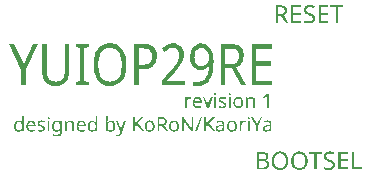
<source format=gbr>
%TF.GenerationSoftware,KiCad,Pcbnew,8.0.4*%
%TF.CreationDate,2024-09-16T13:52:17+09:00*%
%TF.ProjectId,yuiop29re-topplate,7975696f-7032-4397-9265-2d746f70706c,1*%
%TF.SameCoordinates,Original*%
%TF.FileFunction,Legend,Top*%
%TF.FilePolarity,Positive*%
%FSLAX46Y46*%
G04 Gerber Fmt 4.6, Leading zero omitted, Abs format (unit mm)*
G04 Created by KiCad (PCBNEW 8.0.4) date 2024-09-16 13:52:17*
%MOMM*%
%LPD*%
G01*
G04 APERTURE LIST*
%ADD10C,0.100000*%
%ADD11C,0.187500*%
G04 APERTURE END LIST*
D10*
G36*
X194123539Y-45524492D02*
G01*
X194200444Y-45532354D01*
X194283331Y-45548708D01*
X194355965Y-45572609D01*
X194427748Y-45610033D01*
X194454240Y-45629216D01*
X194506630Y-45681191D01*
X194546153Y-45743509D01*
X194572807Y-45816170D01*
X194586594Y-45899175D01*
X194588695Y-45951250D01*
X194581325Y-46040663D01*
X194559214Y-46120451D01*
X194522363Y-46190614D01*
X194470772Y-46251154D01*
X194404440Y-46302069D01*
X194323367Y-46343360D01*
X194286811Y-46357182D01*
X194700070Y-47022500D01*
X194478420Y-47022500D01*
X194113887Y-46409572D01*
X193813835Y-46409572D01*
X193813835Y-47022500D01*
X193624424Y-47022500D01*
X193624424Y-46248738D01*
X193813835Y-46248738D01*
X194039515Y-46248738D01*
X194115067Y-46245267D01*
X194189776Y-46232799D01*
X194258990Y-46207934D01*
X194307327Y-46176198D01*
X194355510Y-46117972D01*
X194383693Y-46043035D01*
X194391875Y-45969293D01*
X194391958Y-45960409D01*
X194385176Y-45885976D01*
X194358470Y-45811688D01*
X194306228Y-45751582D01*
X194234987Y-45714037D01*
X194158023Y-45694910D01*
X194075499Y-45686667D01*
X194029257Y-45685636D01*
X193813835Y-45685636D01*
X193813835Y-46248738D01*
X193624424Y-46248738D01*
X193624424Y-45521871D01*
X194039515Y-45521871D01*
X194123539Y-45524492D01*
G37*
G36*
X195772052Y-47022500D02*
G01*
X194930147Y-47022500D01*
X194930147Y-45521871D01*
X195772052Y-45521871D01*
X195772052Y-45688934D01*
X195119557Y-45688934D01*
X195119557Y-46154949D01*
X195733584Y-46154949D01*
X195733584Y-46319813D01*
X195119557Y-46319813D01*
X195119557Y-46855437D01*
X195772052Y-46855437D01*
X195772052Y-47022500D01*
G37*
G36*
X196952111Y-46622796D02*
G01*
X196945309Y-46704872D01*
X196924903Y-46778953D01*
X196890893Y-46845040D01*
X196843278Y-46903133D01*
X196809962Y-46932740D01*
X196742442Y-46976851D01*
X196664263Y-47010128D01*
X196588769Y-47030027D01*
X196505444Y-47041967D01*
X196430025Y-47045836D01*
X196414288Y-47045947D01*
X196333567Y-47044212D01*
X196258784Y-47039006D01*
X196176884Y-47028178D01*
X196103537Y-47012353D01*
X196028774Y-46987574D01*
X196000297Y-46974872D01*
X196000297Y-46793522D01*
X196074760Y-46822098D01*
X196147363Y-46843948D01*
X196209857Y-46858735D01*
X196286415Y-46872084D01*
X196359424Y-46879892D01*
X196422715Y-46882182D01*
X196501941Y-46878129D01*
X196578590Y-46863881D01*
X196648256Y-46836017D01*
X196676972Y-46817336D01*
X196729213Y-46761900D01*
X196757343Y-46692863D01*
X196762701Y-46639282D01*
X196752848Y-46563252D01*
X196731560Y-46515818D01*
X196680291Y-46460586D01*
X196628245Y-46425326D01*
X196556911Y-46388982D01*
X196485170Y-46358557D01*
X196408060Y-46329338D01*
X196333811Y-46299809D01*
X196257801Y-46262948D01*
X196193222Y-46223493D01*
X196133413Y-46175225D01*
X196109107Y-46149820D01*
X196065895Y-46086746D01*
X196036824Y-46014168D01*
X196022857Y-45941673D01*
X196019714Y-45882374D01*
X196026043Y-45808873D01*
X196048775Y-45733288D01*
X196088039Y-45666678D01*
X196143835Y-45609045D01*
X196151972Y-45602472D01*
X196214009Y-45561930D01*
X196284076Y-45531345D01*
X196362172Y-45510719D01*
X196435502Y-45500964D01*
X196501117Y-45498424D01*
X196584360Y-45501399D01*
X196665105Y-45510325D01*
X196743351Y-45525202D01*
X196819098Y-45546029D01*
X196892347Y-45572806D01*
X196916207Y-45583054D01*
X196857589Y-45745720D01*
X196785852Y-45718453D01*
X196704535Y-45693772D01*
X196625778Y-45676769D01*
X196549580Y-45667445D01*
X196496720Y-45665486D01*
X196418603Y-45671103D01*
X196345815Y-45690258D01*
X196286794Y-45723005D01*
X196235202Y-45782241D01*
X196213165Y-45853193D01*
X196211323Y-45884572D01*
X196220596Y-45959946D01*
X196240632Y-46007670D01*
X196291293Y-46065287D01*
X196335154Y-46096697D01*
X196400772Y-46131255D01*
X196475563Y-46163329D01*
X196541050Y-46188288D01*
X196610376Y-46215201D01*
X196679602Y-46245529D01*
X196751129Y-46282795D01*
X196791277Y-46308456D01*
X196851118Y-46358450D01*
X196899604Y-46418918D01*
X196912910Y-46442178D01*
X196939708Y-46513896D01*
X196951154Y-46590662D01*
X196952111Y-46622796D01*
G37*
G36*
X198091870Y-47022500D02*
G01*
X197249965Y-47022500D01*
X197249965Y-45521871D01*
X198091870Y-45521871D01*
X198091870Y-45688934D01*
X197439376Y-45688934D01*
X197439376Y-46154949D01*
X198053402Y-46154949D01*
X198053402Y-46319813D01*
X197439376Y-46319813D01*
X197439376Y-46855437D01*
X198091870Y-46855437D01*
X198091870Y-47022500D01*
G37*
G36*
X198894941Y-47022500D02*
G01*
X198704431Y-47022500D01*
X198704431Y-45688934D01*
X198233287Y-45688934D01*
X198233287Y-45521871D01*
X199362788Y-45521871D01*
X199362788Y-45688934D01*
X198894941Y-45688934D01*
X198894941Y-47022500D01*
G37*
D11*
G36*
X186384857Y-53276865D02*
G01*
X186444954Y-53279677D01*
X186491249Y-53286830D01*
X186473077Y-53423411D01*
X186414388Y-53413866D01*
X186375185Y-53411980D01*
X186314317Y-53419553D01*
X186257376Y-53442274D01*
X186241828Y-53451547D01*
X186193334Y-53491691D01*
X186157446Y-53539314D01*
X186145987Y-53560284D01*
X186123595Y-53619238D01*
X186113057Y-53678122D01*
X186111403Y-53714450D01*
X186111403Y-54196000D01*
X185962805Y-54196000D01*
X185962805Y-53295623D01*
X186085024Y-53295623D01*
X186101437Y-53458581D01*
X186107885Y-53458581D01*
X186142295Y-53406792D01*
X186184311Y-53359676D01*
X186230691Y-53322880D01*
X186285618Y-53294840D01*
X186344007Y-53279741D01*
X186384857Y-53276865D01*
G37*
G36*
X187051626Y-53280698D02*
G01*
X187117271Y-53294859D01*
X187176295Y-53319455D01*
X187228700Y-53354485D01*
X187262079Y-53385895D01*
X187301594Y-53437270D01*
X187331402Y-53495994D01*
X187349228Y-53552178D01*
X187359924Y-53613762D01*
X187363489Y-53680745D01*
X187363489Y-53769845D01*
X186743601Y-53769845D01*
X186748748Y-53834714D01*
X186760599Y-53892374D01*
X186782352Y-53949444D01*
X186817290Y-54002394D01*
X186821856Y-54007542D01*
X186868459Y-54046787D01*
X186924845Y-54073188D01*
X186983179Y-54085874D01*
X187032003Y-54088728D01*
X187094145Y-54086316D01*
X187153370Y-54079079D01*
X187169756Y-54076125D01*
X187230952Y-54060185D01*
X187290193Y-54039110D01*
X187322163Y-54026006D01*
X187322163Y-54156139D01*
X187267167Y-54177640D01*
X187210472Y-54194886D01*
X187181186Y-54201568D01*
X187118940Y-54210584D01*
X187058352Y-54214294D01*
X187025555Y-54214757D01*
X186964046Y-54211752D01*
X186895902Y-54200212D01*
X186833940Y-54180016D01*
X186778161Y-54151165D01*
X186728565Y-54113658D01*
X186706085Y-54091659D01*
X186666741Y-54042131D01*
X186635537Y-53986091D01*
X186612473Y-53923539D01*
X186597550Y-53854475D01*
X186591331Y-53791947D01*
X186590314Y-53752259D01*
X186592947Y-53686459D01*
X186597372Y-53652022D01*
X186746825Y-53652022D01*
X187207564Y-53652022D01*
X187203241Y-53593477D01*
X187188152Y-53530806D01*
X187159123Y-53475355D01*
X187148946Y-53462685D01*
X187099707Y-53423214D01*
X187042984Y-53403035D01*
X186988332Y-53397912D01*
X186926188Y-53404466D01*
X186867878Y-53426817D01*
X186820098Y-53465030D01*
X186783538Y-53517407D01*
X186760640Y-53575842D01*
X186748450Y-53637244D01*
X186746825Y-53652022D01*
X186597372Y-53652022D01*
X186600847Y-53624982D01*
X186614013Y-53567826D01*
X186636764Y-53504944D01*
X186667099Y-53448286D01*
X186698172Y-53405825D01*
X186741387Y-53361999D01*
X186789918Y-53327240D01*
X186843767Y-53301549D01*
X186902933Y-53284925D01*
X186967415Y-53277369D01*
X186990091Y-53276865D01*
X187051626Y-53280698D01*
G37*
G36*
X187770886Y-54196000D02*
G01*
X187427969Y-53295623D01*
X187587118Y-53295623D01*
X187779093Y-53826118D01*
X187798973Y-53883175D01*
X187818519Y-53942552D01*
X187836050Y-54000932D01*
X187850750Y-54059688D01*
X187851779Y-54064695D01*
X187858227Y-54064695D01*
X187864382Y-54040661D01*
X187873175Y-54011059D01*
X187892862Y-53950835D01*
X187912087Y-53892670D01*
X187930689Y-53836520D01*
X187934138Y-53826118D01*
X188126992Y-53295623D01*
X188285262Y-53295623D01*
X187941465Y-54196000D01*
X187770886Y-54196000D01*
G37*
G36*
X188572198Y-54196000D02*
G01*
X188423601Y-54196000D01*
X188423601Y-53295623D01*
X188572198Y-53295623D01*
X188572198Y-54196000D01*
G37*
G36*
X188412170Y-53052064D02*
G01*
X188426184Y-52993097D01*
X188437083Y-52980256D01*
X188492638Y-52958177D01*
X188499511Y-52957981D01*
X188556630Y-52977559D01*
X188559888Y-52980256D01*
X188585056Y-53034447D01*
X188585973Y-53052064D01*
X188571300Y-53110700D01*
X188559888Y-53123871D01*
X188503800Y-53146643D01*
X188499511Y-53146732D01*
X188441915Y-53127957D01*
X188437083Y-53123871D01*
X188413046Y-53069412D01*
X188412170Y-53052064D01*
G37*
G36*
X189445611Y-53948630D02*
G01*
X189439675Y-54008513D01*
X189418810Y-54067341D01*
X189382921Y-54117127D01*
X189350649Y-54145295D01*
X189298515Y-54175685D01*
X189236783Y-54197392D01*
X189174893Y-54209263D01*
X189115995Y-54214147D01*
X189084522Y-54214757D01*
X189020053Y-54212758D01*
X188960737Y-54206761D01*
X188898045Y-54194712D01*
X188834985Y-54174278D01*
X188800223Y-54157898D01*
X188800223Y-54022782D01*
X188855796Y-54047385D01*
X188919693Y-54069654D01*
X188982581Y-54084996D01*
X189044459Y-54093409D01*
X189088039Y-54095176D01*
X189152061Y-54091656D01*
X189213171Y-54078137D01*
X189250998Y-54059126D01*
X189291019Y-54013563D01*
X189302289Y-53961819D01*
X189284930Y-53904017D01*
X189253049Y-53871254D01*
X189200704Y-53839269D01*
X189143322Y-53812296D01*
X189086701Y-53789233D01*
X189078953Y-53786258D01*
X189019804Y-53762407D01*
X188964603Y-53737765D01*
X188909682Y-53708516D01*
X188899288Y-53701847D01*
X188851944Y-53662079D01*
X188823084Y-53623006D01*
X188802773Y-53564431D01*
X188798758Y-53516614D01*
X188805922Y-53457840D01*
X188830686Y-53401236D01*
X188873138Y-53353792D01*
X188889323Y-53341345D01*
X188945763Y-53310175D01*
X189004885Y-53291033D01*
X189063529Y-53280895D01*
X189128625Y-53276928D01*
X189138451Y-53276865D01*
X189204945Y-53279782D01*
X189269531Y-53288534D01*
X189332210Y-53303119D01*
X189392982Y-53323540D01*
X189426853Y-53337828D01*
X189376441Y-53455651D01*
X189317579Y-53433153D01*
X189261269Y-53416181D01*
X189200040Y-53403550D01*
X189135143Y-53397968D01*
X189128193Y-53397912D01*
X189065214Y-53402033D01*
X189007576Y-53417260D01*
X188988095Y-53427221D01*
X188947039Y-53472329D01*
X188940321Y-53507528D01*
X188957992Y-53565218D01*
X188981354Y-53589593D01*
X189033022Y-53620186D01*
X189089988Y-53646240D01*
X189146283Y-53669261D01*
X189173622Y-53679866D01*
X189232434Y-53703001D01*
X189286851Y-53727673D01*
X189340391Y-53758121D01*
X189387432Y-53796736D01*
X189420112Y-53839893D01*
X189440730Y-53896514D01*
X189445611Y-53948630D01*
G37*
G36*
X189809044Y-54196000D02*
G01*
X189660447Y-54196000D01*
X189660447Y-53295623D01*
X189809044Y-53295623D01*
X189809044Y-54196000D01*
G37*
G36*
X189649016Y-53052064D02*
G01*
X189663029Y-52993097D01*
X189673929Y-52980256D01*
X189729484Y-52958177D01*
X189736357Y-52957981D01*
X189793476Y-52977559D01*
X189796734Y-52980256D01*
X189821902Y-53034447D01*
X189822819Y-53052064D01*
X189808146Y-53110700D01*
X189796734Y-53123871D01*
X189740646Y-53146643D01*
X189736357Y-53146732D01*
X189678760Y-53127957D01*
X189673929Y-53123871D01*
X189649892Y-53069412D01*
X189649016Y-53052064D01*
G37*
G36*
X190532416Y-53281285D02*
G01*
X190595793Y-53294546D01*
X190653646Y-53316649D01*
X190705977Y-53347591D01*
X190752784Y-53387375D01*
X190767160Y-53402601D01*
X190805408Y-53452915D01*
X190835743Y-53509557D01*
X190858165Y-53572524D01*
X190870804Y-53629830D01*
X190877948Y-53691530D01*
X190879707Y-53744053D01*
X190876966Y-53811011D01*
X190868745Y-53873219D01*
X190855042Y-53930675D01*
X190831363Y-53993351D01*
X190799792Y-54049185D01*
X190767453Y-54090487D01*
X190722448Y-54132719D01*
X190671406Y-54166214D01*
X190614325Y-54190971D01*
X190551206Y-54206990D01*
X190482049Y-54214272D01*
X190457655Y-54214757D01*
X190397993Y-54211185D01*
X190335033Y-54198627D01*
X190276478Y-54177028D01*
X190239888Y-54157605D01*
X190190068Y-54121373D01*
X190147111Y-54077305D01*
X190111016Y-54025402D01*
X190093929Y-53993180D01*
X190071617Y-53937383D01*
X190055680Y-53877263D01*
X190046118Y-53812819D01*
X190042981Y-53752885D01*
X190042933Y-53744346D01*
X190196218Y-53744346D01*
X190198577Y-53805428D01*
X190207295Y-53869397D01*
X190225123Y-53932888D01*
X190251341Y-53986121D01*
X190263336Y-54003438D01*
X190306144Y-54046226D01*
X190359060Y-54075010D01*
X190422084Y-54089791D01*
X190461465Y-54091952D01*
X190522355Y-54086420D01*
X190581572Y-54066971D01*
X190630959Y-54033519D01*
X190658423Y-54003438D01*
X190691151Y-53947158D01*
X190711251Y-53886232D01*
X190721895Y-53824506D01*
X190725862Y-53765347D01*
X190726127Y-53744346D01*
X190723736Y-53683346D01*
X190714905Y-53619681D01*
X190696843Y-53556813D01*
X190670282Y-53504496D01*
X190658130Y-53487598D01*
X190614897Y-53445944D01*
X190561695Y-53417922D01*
X190498523Y-53403532D01*
X190459121Y-53401429D01*
X190397503Y-53406787D01*
X190332034Y-53428554D01*
X190279402Y-53467065D01*
X190239607Y-53522320D01*
X190217014Y-53578580D01*
X190202636Y-53645556D01*
X190196474Y-53723248D01*
X190196218Y-53744346D01*
X190042933Y-53744346D01*
X190042931Y-53744053D01*
X190045628Y-53677467D01*
X190053721Y-53615648D01*
X190067210Y-53558594D01*
X190090517Y-53496419D01*
X190121594Y-53441107D01*
X190153426Y-53400256D01*
X190197994Y-53358322D01*
X190248828Y-53325065D01*
X190305925Y-53300483D01*
X190369288Y-53284577D01*
X190438916Y-53277347D01*
X190463517Y-53276865D01*
X190532416Y-53281285D01*
G37*
G36*
X191726155Y-54196000D02*
G01*
X191726155Y-53619196D01*
X191721346Y-53555843D01*
X191704949Y-53498916D01*
X191676915Y-53455357D01*
X191627956Y-53420441D01*
X191566448Y-53404009D01*
X191523336Y-53401429D01*
X191458489Y-53406228D01*
X191396923Y-53423101D01*
X191342655Y-53456097D01*
X191321102Y-53478219D01*
X191290641Y-53529064D01*
X191271934Y-53587105D01*
X191262026Y-53647809D01*
X191258334Y-53707208D01*
X191258088Y-53728519D01*
X191258088Y-54196000D01*
X191109490Y-54196000D01*
X191109490Y-53295623D01*
X191229072Y-53295623D01*
X191251347Y-53416669D01*
X191259553Y-53416669D01*
X191299359Y-53367546D01*
X191345892Y-53330960D01*
X191377376Y-53313501D01*
X191436493Y-53291176D01*
X191494522Y-53279763D01*
X191544731Y-53276865D01*
X191604240Y-53279698D01*
X191666010Y-53290167D01*
X191726506Y-53311576D01*
X191776231Y-53343061D01*
X191792100Y-53357465D01*
X191831204Y-53409874D01*
X191855219Y-53468332D01*
X191867938Y-53528649D01*
X191872678Y-53587158D01*
X191872994Y-53608058D01*
X191872994Y-54196000D01*
X191726155Y-54196000D01*
G37*
G36*
X193039204Y-54196000D02*
G01*
X192894124Y-54196000D01*
X192894124Y-53358637D01*
X192894634Y-53297146D01*
X192896164Y-53238297D01*
X192899061Y-53176009D01*
X192900572Y-53152008D01*
X192857584Y-53193137D01*
X192851040Y-53198609D01*
X192802613Y-53239411D01*
X192757427Y-53277197D01*
X192710226Y-53316411D01*
X192667271Y-53351896D01*
X192589895Y-53251073D01*
X192916399Y-52995497D01*
X193039204Y-52995497D01*
X193039204Y-54196000D01*
G37*
G36*
X192526506Y-57924054D02*
G01*
X192608845Y-57930601D01*
X192682955Y-57941513D01*
X192761025Y-57960370D01*
X192837130Y-57990313D01*
X192873377Y-58011264D01*
X192932202Y-58062120D01*
X192974219Y-58125662D01*
X192999430Y-58201888D01*
X193007702Y-58278993D01*
X193007833Y-58290800D01*
X193000677Y-58368953D01*
X192976277Y-58444508D01*
X192934560Y-58509153D01*
X192876515Y-58561201D01*
X192809997Y-58596120D01*
X192738935Y-58617453D01*
X192721703Y-58620894D01*
X192721703Y-58631153D01*
X192793420Y-58647206D01*
X192864563Y-58672680D01*
X192930805Y-58710425D01*
X192977425Y-58752053D01*
X193020702Y-58814600D01*
X193047950Y-58888667D01*
X193058769Y-58965177D01*
X193059490Y-58992754D01*
X193052881Y-59077131D01*
X193033054Y-59152988D01*
X193000007Y-59220325D01*
X192953743Y-59279142D01*
X192921371Y-59308927D01*
X192855720Y-59353180D01*
X192779620Y-59386564D01*
X192706075Y-59406528D01*
X192624854Y-59418507D01*
X192551305Y-59422389D01*
X192535956Y-59422500D01*
X192006559Y-59422500D01*
X192006559Y-59261666D01*
X192195970Y-59261666D01*
X192500052Y-59261666D01*
X192574905Y-59258300D01*
X192649460Y-59246210D01*
X192719321Y-59222098D01*
X192768964Y-59191324D01*
X192818815Y-59134435D01*
X192847974Y-59060490D01*
X192856439Y-58987303D01*
X192856525Y-58978466D01*
X192847473Y-58900685D01*
X192816606Y-58831160D01*
X192763834Y-58778431D01*
X192696816Y-58744235D01*
X192620959Y-58724287D01*
X192541172Y-58715168D01*
X192485398Y-58713585D01*
X192195970Y-58713585D01*
X192195970Y-59261666D01*
X192006559Y-59261666D01*
X192006559Y-58554949D01*
X192195970Y-58554949D01*
X192474040Y-58554949D01*
X192556633Y-58551468D01*
X192635043Y-58539232D01*
X192710019Y-58512313D01*
X192731594Y-58499262D01*
X192783780Y-58441620D01*
X192808338Y-58366410D01*
X192812195Y-58312782D01*
X192801761Y-58237212D01*
X192762529Y-58168664D01*
X192723901Y-58137660D01*
X192651329Y-58106998D01*
X192573920Y-58091378D01*
X192491488Y-58084646D01*
X192445464Y-58083804D01*
X192195970Y-58083804D01*
X192195970Y-58554949D01*
X192006559Y-58554949D01*
X192006559Y-57921871D01*
X192435938Y-57921871D01*
X192526506Y-57924054D01*
G37*
G36*
X194072682Y-57901630D02*
G01*
X194147821Y-57911247D01*
X194235337Y-57932284D01*
X194315733Y-57963339D01*
X194389010Y-58004412D01*
X194455167Y-58055503D01*
X194502966Y-58103588D01*
X194555527Y-58171557D01*
X194599179Y-58247236D01*
X194633923Y-58330625D01*
X194655304Y-58402887D01*
X194670983Y-58480084D01*
X194680961Y-58562216D01*
X194685237Y-58649282D01*
X194685415Y-58671819D01*
X194682559Y-58759626D01*
X194673989Y-58842614D01*
X194659707Y-58920781D01*
X194639711Y-58994128D01*
X194606683Y-59079034D01*
X194564728Y-59156409D01*
X194513847Y-59226252D01*
X194502599Y-59239317D01*
X194441909Y-59298844D01*
X194374100Y-59348282D01*
X194299170Y-59387630D01*
X194217121Y-59416890D01*
X194127952Y-59436059D01*
X194051491Y-59444131D01*
X193991155Y-59445947D01*
X193910343Y-59442775D01*
X193834236Y-59433261D01*
X193745720Y-59412450D01*
X193664557Y-59381727D01*
X193590745Y-59341094D01*
X193524286Y-59290551D01*
X193476413Y-59242981D01*
X193424063Y-59175370D01*
X193380586Y-59099620D01*
X193345982Y-59015730D01*
X193324687Y-58942757D01*
X193309070Y-58864576D01*
X193299133Y-58781185D01*
X193294874Y-58692585D01*
X193294713Y-58671819D01*
X193494365Y-58671819D01*
X193497460Y-58761446D01*
X193506744Y-58844168D01*
X193522218Y-58919984D01*
X193548957Y-59001850D01*
X193584608Y-59073772D01*
X193621127Y-59126111D01*
X193672758Y-59179151D01*
X193743349Y-59227161D01*
X193812729Y-59256424D01*
X193890301Y-59274714D01*
X193976064Y-59282030D01*
X193991155Y-59282182D01*
X194077871Y-59276772D01*
X194156396Y-59260544D01*
X194226730Y-59233496D01*
X194298432Y-59188265D01*
X194358984Y-59128309D01*
X194401690Y-59065266D01*
X194435560Y-58991815D01*
X194460595Y-58907958D01*
X194474707Y-58830127D01*
X194482684Y-58745069D01*
X194484647Y-58671819D01*
X194481597Y-58581341D01*
X194472447Y-58498125D01*
X194457197Y-58422173D01*
X194430844Y-58340617D01*
X194395708Y-58269519D01*
X194359717Y-58218260D01*
X194299593Y-58158732D01*
X194228214Y-58113825D01*
X194158074Y-58086970D01*
X194079665Y-58070857D01*
X193992987Y-58065486D01*
X193919283Y-58069261D01*
X193838465Y-58083755D01*
X193765968Y-58109120D01*
X193701791Y-58145356D01*
X193637434Y-58201370D01*
X193621127Y-58220092D01*
X193578048Y-58283079D01*
X193543881Y-58356088D01*
X193518628Y-58439116D01*
X193504392Y-58515962D01*
X193496345Y-58599766D01*
X193494365Y-58671819D01*
X193294713Y-58671819D01*
X193294696Y-58669621D01*
X193297518Y-58580428D01*
X193305985Y-58496399D01*
X193320096Y-58417534D01*
X193339851Y-58343831D01*
X193372482Y-58258965D01*
X193413932Y-58182166D01*
X193464202Y-58113435D01*
X193475314Y-58100657D01*
X193535673Y-58042397D01*
X193603634Y-57994011D01*
X193679199Y-57955500D01*
X193762366Y-57926863D01*
X193834374Y-57911064D01*
X193911247Y-57901584D01*
X193992987Y-57898424D01*
X194072682Y-57901630D01*
G37*
G36*
X195711063Y-57901630D02*
G01*
X195786202Y-57911247D01*
X195873718Y-57932284D01*
X195954114Y-57963339D01*
X196027391Y-58004412D01*
X196093548Y-58055503D01*
X196141347Y-58103588D01*
X196193908Y-58171557D01*
X196237560Y-58247236D01*
X196272304Y-58330625D01*
X196293685Y-58402887D01*
X196309364Y-58480084D01*
X196319342Y-58562216D01*
X196323618Y-58649282D01*
X196323796Y-58671819D01*
X196320940Y-58759626D01*
X196312370Y-58842614D01*
X196298088Y-58920781D01*
X196278092Y-58994128D01*
X196245064Y-59079034D01*
X196203109Y-59156409D01*
X196152228Y-59226252D01*
X196140980Y-59239317D01*
X196080290Y-59298844D01*
X196012481Y-59348282D01*
X195937552Y-59387630D01*
X195855502Y-59416890D01*
X195766333Y-59436059D01*
X195689872Y-59444131D01*
X195629536Y-59445947D01*
X195548724Y-59442775D01*
X195472617Y-59433261D01*
X195384101Y-59412450D01*
X195302938Y-59381727D01*
X195229126Y-59341094D01*
X195162667Y-59290551D01*
X195114794Y-59242981D01*
X195062444Y-59175370D01*
X195018967Y-59099620D01*
X194984363Y-59015730D01*
X194963068Y-58942757D01*
X194947451Y-58864576D01*
X194937514Y-58781185D01*
X194933255Y-58692585D01*
X194933094Y-58671819D01*
X195132746Y-58671819D01*
X195135841Y-58761446D01*
X195145125Y-58844168D01*
X195160599Y-58919984D01*
X195187338Y-59001850D01*
X195222989Y-59073772D01*
X195259508Y-59126111D01*
X195311139Y-59179151D01*
X195381730Y-59227161D01*
X195451110Y-59256424D01*
X195528682Y-59274714D01*
X195614445Y-59282030D01*
X195629536Y-59282182D01*
X195716252Y-59276772D01*
X195794778Y-59260544D01*
X195865111Y-59233496D01*
X195936813Y-59188265D01*
X195997365Y-59128309D01*
X196040071Y-59065266D01*
X196073941Y-58991815D01*
X196098976Y-58907958D01*
X196113088Y-58830127D01*
X196121065Y-58745069D01*
X196123028Y-58671819D01*
X196119978Y-58581341D01*
X196110828Y-58498125D01*
X196095578Y-58422173D01*
X196069225Y-58340617D01*
X196034089Y-58269519D01*
X195998098Y-58218260D01*
X195937974Y-58158732D01*
X195866595Y-58113825D01*
X195796455Y-58086970D01*
X195718046Y-58070857D01*
X195631368Y-58065486D01*
X195557664Y-58069261D01*
X195476846Y-58083755D01*
X195404349Y-58109120D01*
X195340172Y-58145356D01*
X195275815Y-58201370D01*
X195259508Y-58220092D01*
X195216429Y-58283079D01*
X195182262Y-58356088D01*
X195157009Y-58439116D01*
X195142773Y-58515962D01*
X195134726Y-58599766D01*
X195132746Y-58671819D01*
X194933094Y-58671819D01*
X194933077Y-58669621D01*
X194935899Y-58580428D01*
X194944366Y-58496399D01*
X194958477Y-58417534D01*
X194978232Y-58343831D01*
X195010863Y-58258965D01*
X195052313Y-58182166D01*
X195102583Y-58113435D01*
X195113695Y-58100657D01*
X195174054Y-58042397D01*
X195242015Y-57994011D01*
X195317580Y-57955500D01*
X195400747Y-57926863D01*
X195472755Y-57911064D01*
X195549628Y-57901584D01*
X195631368Y-57898424D01*
X195711063Y-57901630D01*
G37*
G36*
X197093894Y-59422500D02*
G01*
X196903384Y-59422500D01*
X196903384Y-58088934D01*
X196432240Y-58088934D01*
X196432240Y-57921871D01*
X197561741Y-57921871D01*
X197561741Y-58088934D01*
X197093894Y-58088934D01*
X197093894Y-59422500D01*
G37*
G36*
X198638852Y-59022796D02*
G01*
X198632050Y-59104872D01*
X198611644Y-59178953D01*
X198577633Y-59245040D01*
X198530019Y-59303133D01*
X198496703Y-59332740D01*
X198429183Y-59376851D01*
X198351004Y-59410128D01*
X198275510Y-59430027D01*
X198192185Y-59441967D01*
X198116766Y-59445836D01*
X198101029Y-59445947D01*
X198020307Y-59444212D01*
X197945525Y-59439006D01*
X197863625Y-59428178D01*
X197790278Y-59412353D01*
X197715515Y-59387574D01*
X197687038Y-59374872D01*
X197687038Y-59193522D01*
X197761501Y-59222098D01*
X197834104Y-59243948D01*
X197896598Y-59258735D01*
X197973156Y-59272084D01*
X198046165Y-59279892D01*
X198109456Y-59282182D01*
X198188682Y-59278129D01*
X198265331Y-59263881D01*
X198334997Y-59236017D01*
X198363712Y-59217336D01*
X198415954Y-59161900D01*
X198444083Y-59092863D01*
X198449442Y-59039282D01*
X198439588Y-58963252D01*
X198418301Y-58915818D01*
X198367032Y-58860586D01*
X198314986Y-58825326D01*
X198243652Y-58788982D01*
X198171910Y-58758557D01*
X198094801Y-58729338D01*
X198020552Y-58699809D01*
X197944542Y-58662948D01*
X197879963Y-58623493D01*
X197820154Y-58575225D01*
X197795848Y-58549820D01*
X197752635Y-58486746D01*
X197723565Y-58414168D01*
X197709598Y-58341673D01*
X197706455Y-58282374D01*
X197712784Y-58208873D01*
X197735515Y-58133288D01*
X197774779Y-58066678D01*
X197830575Y-58009045D01*
X197838712Y-58002472D01*
X197900750Y-57961930D01*
X197970817Y-57931345D01*
X198048913Y-57910719D01*
X198122243Y-57900964D01*
X198187857Y-57898424D01*
X198271101Y-57901399D01*
X198351846Y-57910325D01*
X198430092Y-57925202D01*
X198505839Y-57946029D01*
X198579087Y-57972806D01*
X198602948Y-57983054D01*
X198544330Y-58145720D01*
X198472593Y-58118453D01*
X198391276Y-58093772D01*
X198312519Y-58076769D01*
X198236321Y-58067445D01*
X198183461Y-58065486D01*
X198105344Y-58071103D01*
X198032556Y-58090258D01*
X197973534Y-58123005D01*
X197921943Y-58182241D01*
X197899906Y-58253193D01*
X197898063Y-58284572D01*
X197907337Y-58359946D01*
X197927372Y-58407670D01*
X197978034Y-58465287D01*
X198021894Y-58496697D01*
X198087512Y-58531255D01*
X198162304Y-58563329D01*
X198227791Y-58588288D01*
X198297117Y-58615201D01*
X198366342Y-58645529D01*
X198437869Y-58682795D01*
X198478018Y-58708456D01*
X198537859Y-58758450D01*
X198586345Y-58818918D01*
X198599651Y-58842178D01*
X198626448Y-58913896D01*
X198637895Y-58990662D01*
X198638852Y-59022796D01*
G37*
G36*
X199778611Y-59422500D02*
G01*
X198936706Y-59422500D01*
X198936706Y-57921871D01*
X199778611Y-57921871D01*
X199778611Y-58088934D01*
X199126116Y-58088934D01*
X199126116Y-58554949D01*
X199740143Y-58554949D01*
X199740143Y-58719813D01*
X199126116Y-58719813D01*
X199126116Y-59255437D01*
X199778611Y-59255437D01*
X199778611Y-59422500D01*
G37*
G36*
X200104675Y-59422500D02*
G01*
X200104675Y-57921871D01*
X200294086Y-57921871D01*
X200294086Y-59253606D01*
X200952442Y-59253606D01*
X200952442Y-59422500D01*
X200104675Y-59422500D01*
G37*
D10*
G36*
X172286867Y-56196000D02*
G01*
X172167285Y-56196000D01*
X172145010Y-56077004D01*
X172138562Y-56077004D01*
X172099716Y-56123819D01*
X172046217Y-56166194D01*
X171993351Y-56192023D01*
X171934014Y-56208166D01*
X171868205Y-56214623D01*
X171856608Y-56214757D01*
X171793225Y-56210471D01*
X171735406Y-56197612D01*
X171674983Y-56171774D01*
X171622133Y-56134267D01*
X171582861Y-56092831D01*
X171549792Y-56043544D01*
X171523565Y-55987126D01*
X171504180Y-55923578D01*
X171493252Y-55865174D01*
X171487075Y-55801819D01*
X171485645Y-55750794D01*
X171638841Y-55750794D01*
X171641026Y-55810917D01*
X171649096Y-55873847D01*
X171665601Y-55936253D01*
X171693453Y-55994329D01*
X171700977Y-56005490D01*
X171745318Y-56051085D01*
X171800307Y-56079793D01*
X171858901Y-56091192D01*
X171880349Y-56091952D01*
X171943345Y-56087354D01*
X172003312Y-56071190D01*
X172056400Y-56039579D01*
X172077599Y-56018386D01*
X172110520Y-55963008D01*
X172128079Y-55905434D01*
X172137040Y-55845379D01*
X172139967Y-55786715D01*
X172140028Y-55776293D01*
X172140028Y-55749035D01*
X172137812Y-55682066D01*
X172131166Y-55622722D01*
X172117813Y-55563124D01*
X172095167Y-55507721D01*
X172077013Y-55479977D01*
X172030559Y-55437628D01*
X171976662Y-55412924D01*
X171919138Y-55401631D01*
X171878590Y-55399670D01*
X171818374Y-55406880D01*
X171761038Y-55431805D01*
X171713777Y-55474532D01*
X171701563Y-55490822D01*
X171671243Y-55548119D01*
X171652623Y-55609444D01*
X171642761Y-55671128D01*
X171639086Y-55729960D01*
X171638841Y-55750794D01*
X171485645Y-55750794D01*
X171485555Y-55747570D01*
X171487937Y-55680618D01*
X171495086Y-55618432D01*
X171507000Y-55561012D01*
X171527587Y-55498398D01*
X171555037Y-55442646D01*
X171583154Y-55401429D01*
X171629769Y-55352893D01*
X171683957Y-55316278D01*
X171745718Y-55291584D01*
X171804685Y-55279906D01*
X171858074Y-55276865D01*
X171923470Y-55281563D01*
X171982931Y-55295659D01*
X172044800Y-55323982D01*
X172098592Y-55365094D01*
X172138269Y-55410515D01*
X172149114Y-55410515D01*
X172142880Y-55350889D01*
X172142372Y-55344862D01*
X172138413Y-55285849D01*
X172138269Y-55278330D01*
X172138269Y-54920466D01*
X172286867Y-54920466D01*
X172286867Y-56196000D01*
G37*
G36*
X172979721Y-55280698D02*
G01*
X173045365Y-55294859D01*
X173104390Y-55319455D01*
X173156795Y-55354485D01*
X173190174Y-55385895D01*
X173229688Y-55437270D01*
X173259497Y-55495994D01*
X173277323Y-55552178D01*
X173288019Y-55613762D01*
X173291584Y-55680745D01*
X173291584Y-55769845D01*
X172671696Y-55769845D01*
X172676843Y-55834714D01*
X172688694Y-55892374D01*
X172710447Y-55949444D01*
X172745385Y-56002394D01*
X172749951Y-56007542D01*
X172796553Y-56046787D01*
X172852939Y-56073188D01*
X172911274Y-56085874D01*
X172960097Y-56088728D01*
X173022240Y-56086316D01*
X173081465Y-56079079D01*
X173097850Y-56076125D01*
X173159047Y-56060185D01*
X173218288Y-56039110D01*
X173250258Y-56026006D01*
X173250258Y-56156139D01*
X173195262Y-56177640D01*
X173138567Y-56194886D01*
X173109281Y-56201568D01*
X173047035Y-56210584D01*
X172986447Y-56214294D01*
X172953649Y-56214757D01*
X172892140Y-56211752D01*
X172823997Y-56200212D01*
X172762035Y-56180016D01*
X172706256Y-56151165D01*
X172656660Y-56113658D01*
X172634180Y-56091659D01*
X172594836Y-56042131D01*
X172563632Y-55986091D01*
X172540568Y-55923539D01*
X172525644Y-55854475D01*
X172519426Y-55791947D01*
X172518409Y-55752259D01*
X172521042Y-55686459D01*
X172525467Y-55652022D01*
X172674920Y-55652022D01*
X173135659Y-55652022D01*
X173131336Y-55593477D01*
X173116247Y-55530806D01*
X173087218Y-55475355D01*
X173077041Y-55462685D01*
X173027802Y-55423214D01*
X172971079Y-55403035D01*
X172916427Y-55397912D01*
X172854282Y-55404466D01*
X172795973Y-55426817D01*
X172748192Y-55465030D01*
X172711633Y-55517407D01*
X172688735Y-55575842D01*
X172676545Y-55637244D01*
X172674920Y-55652022D01*
X172525467Y-55652022D01*
X172528942Y-55624982D01*
X172542108Y-55567826D01*
X172564859Y-55504944D01*
X172595194Y-55448286D01*
X172626266Y-55405825D01*
X172669481Y-55361999D01*
X172718013Y-55327240D01*
X172771862Y-55301549D01*
X172831027Y-55284925D01*
X172895510Y-55277369D01*
X172918185Y-55276865D01*
X172979721Y-55280698D01*
G37*
G36*
X174105206Y-55948630D02*
G01*
X174099271Y-56008513D01*
X174078405Y-56067341D01*
X174042516Y-56117127D01*
X174010244Y-56145295D01*
X173958110Y-56175685D01*
X173896378Y-56197392D01*
X173834488Y-56209263D01*
X173775591Y-56214147D01*
X173744117Y-56214757D01*
X173679648Y-56212758D01*
X173620332Y-56206761D01*
X173557640Y-56194712D01*
X173494580Y-56174278D01*
X173459818Y-56157898D01*
X173459818Y-56022782D01*
X173515391Y-56047385D01*
X173579289Y-56069654D01*
X173642176Y-56084996D01*
X173704054Y-56093409D01*
X173747634Y-56095176D01*
X173811656Y-56091656D01*
X173872766Y-56078137D01*
X173910593Y-56059126D01*
X173950614Y-56013563D01*
X173961884Y-55961819D01*
X173944525Y-55904017D01*
X173912645Y-55871254D01*
X173860299Y-55839269D01*
X173802917Y-55812296D01*
X173746296Y-55789233D01*
X173738548Y-55786258D01*
X173679399Y-55762407D01*
X173624198Y-55737765D01*
X173569277Y-55708516D01*
X173558883Y-55701847D01*
X173511539Y-55662079D01*
X173482679Y-55623006D01*
X173462368Y-55564431D01*
X173458353Y-55516614D01*
X173465517Y-55457840D01*
X173490281Y-55401236D01*
X173532733Y-55353792D01*
X173548918Y-55341345D01*
X173605358Y-55310175D01*
X173664480Y-55291033D01*
X173723124Y-55280895D01*
X173788220Y-55276928D01*
X173798046Y-55276865D01*
X173864540Y-55279782D01*
X173929126Y-55288534D01*
X173991806Y-55303119D01*
X174052577Y-55323540D01*
X174086448Y-55337828D01*
X174036036Y-55455651D01*
X173977174Y-55433153D01*
X173920864Y-55416181D01*
X173859635Y-55403550D01*
X173794738Y-55397968D01*
X173787788Y-55397912D01*
X173724810Y-55402033D01*
X173667171Y-55417260D01*
X173647690Y-55427221D01*
X173606634Y-55472329D01*
X173599916Y-55507528D01*
X173617587Y-55565218D01*
X173640949Y-55589593D01*
X173692617Y-55620186D01*
X173749583Y-55646240D01*
X173805879Y-55669261D01*
X173833217Y-55679866D01*
X173892029Y-55703001D01*
X173946446Y-55727673D01*
X173999986Y-55758121D01*
X174047027Y-55796736D01*
X174079707Y-55839893D01*
X174100325Y-55896514D01*
X174105206Y-55948630D01*
G37*
G36*
X174468639Y-56196000D02*
G01*
X174320042Y-56196000D01*
X174320042Y-55295623D01*
X174468639Y-55295623D01*
X174468639Y-56196000D01*
G37*
G36*
X174308611Y-55052064D02*
G01*
X174322625Y-54993097D01*
X174333524Y-54980256D01*
X174389079Y-54958177D01*
X174395952Y-54957981D01*
X174453071Y-54977559D01*
X174456329Y-54980256D01*
X174481497Y-55034447D01*
X174482414Y-55052064D01*
X174467741Y-55110700D01*
X174456329Y-55123871D01*
X174400241Y-55146643D01*
X174395952Y-55146732D01*
X174338356Y-55127957D01*
X174333524Y-55123871D01*
X174309487Y-55069412D01*
X174308611Y-55052064D01*
G37*
G36*
X175139536Y-55281677D02*
G01*
X175199577Y-55296113D01*
X175253704Y-55320173D01*
X175301916Y-55353856D01*
X175344214Y-55397164D01*
X175356999Y-55413739D01*
X175366085Y-55413739D01*
X175386015Y-55295623D01*
X175503838Y-55295623D01*
X175503838Y-56217102D01*
X175500376Y-56286791D01*
X175489989Y-56349680D01*
X175472679Y-56405768D01*
X175443731Y-56462609D01*
X175405359Y-56510193D01*
X175357043Y-56548566D01*
X175298265Y-56577513D01*
X175239556Y-56594824D01*
X175173161Y-56605210D01*
X175111959Y-56608576D01*
X175099079Y-56608672D01*
X175038965Y-56607263D01*
X174971343Y-56601850D01*
X174908647Y-56592377D01*
X174850876Y-56578844D01*
X174789701Y-56557925D01*
X174773454Y-56550933D01*
X174773454Y-56414060D01*
X174834508Y-56441697D01*
X174892176Y-56459983D01*
X174954770Y-56473282D01*
X175022288Y-56481594D01*
X175082316Y-56484711D01*
X175107285Y-56484988D01*
X175168416Y-56479563D01*
X175227367Y-56460809D01*
X175276872Y-56428661D01*
X175289881Y-56416404D01*
X175325275Y-56368599D01*
X175347561Y-56310548D01*
X175356409Y-56249540D01*
X175356999Y-56227360D01*
X175356999Y-56191310D01*
X175361982Y-56078763D01*
X175355534Y-56078763D01*
X175317721Y-56124980D01*
X175264986Y-56166814D01*
X175202966Y-56195633D01*
X175142416Y-56209976D01*
X175075045Y-56214757D01*
X175011919Y-56210461D01*
X174954214Y-56197570D01*
X174893740Y-56171670D01*
X174840644Y-56134074D01*
X174801005Y-56092538D01*
X174767537Y-56043082D01*
X174740994Y-55986599D01*
X174721375Y-55923089D01*
X174710316Y-55864796D01*
X174704065Y-55801622D01*
X174702576Y-55749328D01*
X174855813Y-55749328D01*
X174857946Y-55809504D01*
X174865826Y-55872623D01*
X174881941Y-55935418D01*
X174909136Y-55994151D01*
X174916483Y-56005490D01*
X174960212Y-56052013D01*
X175015561Y-56081305D01*
X175075312Y-56092935D01*
X175097320Y-56093711D01*
X175161086Y-56089113D01*
X175221655Y-56072948D01*
X175275087Y-56041338D01*
X175296329Y-56020145D01*
X175329250Y-55965253D01*
X175346808Y-55908769D01*
X175355770Y-55850179D01*
X175358758Y-55783034D01*
X175358758Y-55747570D01*
X175356553Y-55683019D01*
X175348406Y-55616513D01*
X175334257Y-55559487D01*
X175307245Y-55500100D01*
X175296036Y-55483787D01*
X175249365Y-55440356D01*
X175194586Y-55415021D01*
X175135734Y-55403439D01*
X175094096Y-55401429D01*
X175034186Y-55408569D01*
X174977136Y-55433253D01*
X174930104Y-55475568D01*
X174917948Y-55491701D01*
X174887912Y-55548576D01*
X174869466Y-55609370D01*
X174859696Y-55670468D01*
X174855873Y-55738944D01*
X174855813Y-55749328D01*
X174702576Y-55749328D01*
X174702526Y-55747570D01*
X174704952Y-55681504D01*
X174712229Y-55619960D01*
X174727365Y-55552078D01*
X174749488Y-55490707D01*
X174778597Y-55435849D01*
X174801884Y-55402894D01*
X174848845Y-55353787D01*
X174902791Y-55316741D01*
X174963721Y-55291757D01*
X175021506Y-55279942D01*
X175073580Y-55276865D01*
X175139536Y-55281677D01*
G37*
G36*
X176402163Y-56196000D02*
G01*
X176402163Y-55619196D01*
X176397355Y-55555843D01*
X176380957Y-55498916D01*
X176352924Y-55455357D01*
X176303964Y-55420441D01*
X176242456Y-55404009D01*
X176199344Y-55401429D01*
X176134497Y-55406228D01*
X176072931Y-55423101D01*
X176018663Y-55456097D01*
X175997111Y-55478219D01*
X175966650Y-55529064D01*
X175947942Y-55587105D01*
X175938035Y-55647809D01*
X175934342Y-55707208D01*
X175934096Y-55728519D01*
X175934096Y-56196000D01*
X175785499Y-56196000D01*
X175785499Y-55295623D01*
X175905080Y-55295623D01*
X175927355Y-55416669D01*
X175935562Y-55416669D01*
X175975368Y-55367546D01*
X176021900Y-55330960D01*
X176053384Y-55313501D01*
X176112502Y-55291176D01*
X176170531Y-55279763D01*
X176220739Y-55276865D01*
X176280249Y-55279698D01*
X176342018Y-55290167D01*
X176402514Y-55311576D01*
X176452239Y-55343061D01*
X176468109Y-55357465D01*
X176507212Y-55409874D01*
X176531227Y-55468332D01*
X176543946Y-55528649D01*
X176548686Y-55587158D01*
X176549002Y-55608058D01*
X176549002Y-56196000D01*
X176402163Y-56196000D01*
G37*
G36*
X177234236Y-55280698D02*
G01*
X177299880Y-55294859D01*
X177358905Y-55319455D01*
X177411310Y-55354485D01*
X177444689Y-55385895D01*
X177484203Y-55437270D01*
X177514012Y-55495994D01*
X177531838Y-55552178D01*
X177542534Y-55613762D01*
X177546099Y-55680745D01*
X177546099Y-55769845D01*
X176926211Y-55769845D01*
X176931358Y-55834714D01*
X176943209Y-55892374D01*
X176964962Y-55949444D01*
X176999900Y-56002394D01*
X177004466Y-56007542D01*
X177051068Y-56046787D01*
X177107454Y-56073188D01*
X177165789Y-56085874D01*
X177214612Y-56088728D01*
X177276755Y-56086316D01*
X177335980Y-56079079D01*
X177352365Y-56076125D01*
X177413562Y-56060185D01*
X177472803Y-56039110D01*
X177504773Y-56026006D01*
X177504773Y-56156139D01*
X177449777Y-56177640D01*
X177393082Y-56194886D01*
X177363796Y-56201568D01*
X177301550Y-56210584D01*
X177240962Y-56214294D01*
X177208164Y-56214757D01*
X177146655Y-56211752D01*
X177078512Y-56200212D01*
X177016550Y-56180016D01*
X176960771Y-56151165D01*
X176911175Y-56113658D01*
X176888695Y-56091659D01*
X176849351Y-56042131D01*
X176818147Y-55986091D01*
X176795083Y-55923539D01*
X176780159Y-55854475D01*
X176773941Y-55791947D01*
X176772924Y-55752259D01*
X176775557Y-55686459D01*
X176779982Y-55652022D01*
X176929435Y-55652022D01*
X177390174Y-55652022D01*
X177385851Y-55593477D01*
X177370762Y-55530806D01*
X177341733Y-55475355D01*
X177331556Y-55462685D01*
X177282317Y-55423214D01*
X177225594Y-55403035D01*
X177170942Y-55397912D01*
X177108797Y-55404466D01*
X177050488Y-55426817D01*
X177002707Y-55465030D01*
X176966148Y-55517407D01*
X176943250Y-55575842D01*
X176931060Y-55637244D01*
X176929435Y-55652022D01*
X176779982Y-55652022D01*
X176783457Y-55624982D01*
X176796623Y-55567826D01*
X176819374Y-55504944D01*
X176849709Y-55448286D01*
X176880781Y-55405825D01*
X176923996Y-55361999D01*
X176972528Y-55327240D01*
X177026377Y-55301549D01*
X177085542Y-55284925D01*
X177150025Y-55277369D01*
X177172700Y-55276865D01*
X177234236Y-55280698D01*
G37*
G36*
X178521507Y-56196000D02*
G01*
X178401926Y-56196000D01*
X178379651Y-56077004D01*
X178373203Y-56077004D01*
X178334357Y-56123819D01*
X178280858Y-56166194D01*
X178227992Y-56192023D01*
X178168654Y-56208166D01*
X178102846Y-56214623D01*
X178091249Y-56214757D01*
X178027866Y-56210471D01*
X177970046Y-56197612D01*
X177909623Y-56171774D01*
X177856773Y-56134267D01*
X177817502Y-56092831D01*
X177784433Y-56043544D01*
X177758205Y-55987126D01*
X177738820Y-55923578D01*
X177727892Y-55865174D01*
X177721716Y-55801819D01*
X177720285Y-55750794D01*
X177873482Y-55750794D01*
X177875666Y-55810917D01*
X177883737Y-55873847D01*
X177900241Y-55936253D01*
X177928093Y-55994329D01*
X177935617Y-56005490D01*
X177979959Y-56051085D01*
X178034948Y-56079793D01*
X178093542Y-56091192D01*
X178114989Y-56091952D01*
X178177986Y-56087354D01*
X178237952Y-56071190D01*
X178291041Y-56039579D01*
X178312240Y-56018386D01*
X178345161Y-55963008D01*
X178362719Y-55905434D01*
X178371681Y-55845379D01*
X178374607Y-55786715D01*
X178374668Y-55776293D01*
X178374668Y-55749035D01*
X178372453Y-55682066D01*
X178365807Y-55622722D01*
X178352453Y-55563124D01*
X178329807Y-55507721D01*
X178311654Y-55479977D01*
X178265200Y-55437628D01*
X178211302Y-55412924D01*
X178153778Y-55401631D01*
X178113231Y-55399670D01*
X178053014Y-55406880D01*
X177995678Y-55431805D01*
X177948417Y-55474532D01*
X177936204Y-55490822D01*
X177905884Y-55548119D01*
X177887264Y-55609444D01*
X177877402Y-55671128D01*
X177873727Y-55729960D01*
X177873482Y-55750794D01*
X177720285Y-55750794D01*
X177720195Y-55747570D01*
X177722578Y-55680618D01*
X177729726Y-55618432D01*
X177741640Y-55561012D01*
X177762228Y-55498398D01*
X177789678Y-55442646D01*
X177817795Y-55401429D01*
X177864409Y-55352893D01*
X177918597Y-55316278D01*
X177980359Y-55291584D01*
X178039325Y-55279906D01*
X178092714Y-55276865D01*
X178158110Y-55281563D01*
X178217571Y-55295659D01*
X178279441Y-55323982D01*
X178333233Y-55365094D01*
X178372910Y-55410515D01*
X178383754Y-55410515D01*
X178377520Y-55350889D01*
X178377013Y-55344862D01*
X178373054Y-55285849D01*
X178372910Y-55278330D01*
X178372910Y-54920466D01*
X178521507Y-54920466D01*
X178521507Y-56196000D01*
G37*
G36*
X179387885Y-55228212D02*
G01*
X179386916Y-55291483D01*
X179384006Y-55354754D01*
X179379679Y-55412273D01*
X179387885Y-55412273D01*
X179425598Y-55366255D01*
X179478243Y-55324602D01*
X179540201Y-55295907D01*
X179600720Y-55281625D01*
X179668081Y-55276865D01*
X179732261Y-55281203D01*
X179790712Y-55294217D01*
X179851664Y-55320365D01*
X179904818Y-55358322D01*
X179944173Y-55400256D01*
X179977242Y-55449970D01*
X180003469Y-55506566D01*
X180022854Y-55570046D01*
X180033782Y-55628203D01*
X180039959Y-55691140D01*
X180041479Y-55744932D01*
X180039061Y-55812608D01*
X180031805Y-55875317D01*
X180019712Y-55933061D01*
X179998816Y-55995799D01*
X179970954Y-56051386D01*
X179942414Y-56092245D01*
X179895527Y-56139982D01*
X179841291Y-56175994D01*
X179779706Y-56200281D01*
X179721069Y-56211766D01*
X179668081Y-56214757D01*
X179607533Y-56210878D01*
X179546774Y-56197799D01*
X179504829Y-56181931D01*
X179450839Y-56149701D01*
X179405556Y-56106829D01*
X179387592Y-56083452D01*
X179376162Y-56083452D01*
X179361055Y-56140653D01*
X179345680Y-56196000D01*
X179239288Y-56196000D01*
X179239288Y-55739949D01*
X179387885Y-55739949D01*
X179387885Y-55746690D01*
X179390008Y-55812643D01*
X179396376Y-55871135D01*
X179409171Y-55929947D01*
X179430868Y-55984728D01*
X179448262Y-56012231D01*
X179493709Y-56054271D01*
X179547482Y-56078795D01*
X179605519Y-56090006D01*
X179646685Y-56091952D01*
X179710353Y-56084858D01*
X179769567Y-56060334D01*
X179816645Y-56018294D01*
X179828402Y-56002266D01*
X179857304Y-55945535D01*
X179875055Y-55884558D01*
X179884455Y-55823059D01*
X179887959Y-55764295D01*
X179888192Y-55743466D01*
X179886070Y-55681979D01*
X179878228Y-55617901D01*
X179862190Y-55554768D01*
X179835127Y-55496617D01*
X179827816Y-55485546D01*
X179783995Y-55440260D01*
X179727638Y-55411746D01*
X179666198Y-55400425D01*
X179643461Y-55399670D01*
X179579860Y-55404524D01*
X179519870Y-55421590D01*
X179467572Y-55454964D01*
X179447090Y-55477339D01*
X179418470Y-55529514D01*
X179400894Y-55590138D01*
X179391586Y-55654183D01*
X179388117Y-55717251D01*
X179387885Y-55739949D01*
X179239288Y-55739949D01*
X179239288Y-54920466D01*
X179387885Y-54920466D01*
X179387885Y-55228212D01*
G37*
G36*
X180114166Y-55295623D02*
G01*
X180273315Y-55295623D01*
X180468513Y-55806188D01*
X180490025Y-55865594D01*
X180510876Y-55926983D01*
X180529107Y-55986700D01*
X180543498Y-56045685D01*
X180544424Y-56050626D01*
X180550872Y-56050626D01*
X180567725Y-55992283D01*
X180584871Y-55937493D01*
X180603459Y-55879942D01*
X180623333Y-55821102D01*
X180629127Y-55804722D01*
X180812896Y-55295623D01*
X180972924Y-55295623D01*
X180583112Y-56327891D01*
X180557212Y-56389590D01*
X180529265Y-56443127D01*
X180494817Y-56494317D01*
X180452867Y-56539163D01*
X180447997Y-56543313D01*
X180395452Y-56577780D01*
X180335638Y-56599481D01*
X180275589Y-56608098D01*
X180254264Y-56608672D01*
X180192641Y-56605155D01*
X180131458Y-56594604D01*
X180131458Y-56476781D01*
X180192641Y-56485569D01*
X180230230Y-56486746D01*
X180292024Y-56477795D01*
X180344416Y-56450940D01*
X180350691Y-56446006D01*
X180390553Y-56402145D01*
X180421340Y-56346246D01*
X180431584Y-56320856D01*
X180478479Y-56196000D01*
X180114166Y-55295623D01*
G37*
G36*
X182449518Y-56196000D02*
G01*
X182270733Y-56196000D01*
X181842819Y-55622420D01*
X181720014Y-55730277D01*
X181720014Y-56196000D01*
X181568485Y-56196000D01*
X181568485Y-54995497D01*
X181720014Y-54995497D01*
X181720014Y-55586956D01*
X181823768Y-55472943D01*
X182253440Y-54995497D01*
X182430760Y-54995497D01*
X181953315Y-55517786D01*
X182449518Y-56196000D01*
G37*
G36*
X183026931Y-55281285D02*
G01*
X183090308Y-55294546D01*
X183148161Y-55316649D01*
X183200492Y-55347591D01*
X183247299Y-55387375D01*
X183261675Y-55402601D01*
X183299923Y-55452915D01*
X183330258Y-55509557D01*
X183352679Y-55572524D01*
X183365319Y-55629830D01*
X183372463Y-55691530D01*
X183374222Y-55744053D01*
X183371481Y-55811011D01*
X183363259Y-55873219D01*
X183349557Y-55930675D01*
X183325878Y-55993351D01*
X183294306Y-56049185D01*
X183261968Y-56090487D01*
X183216963Y-56132719D01*
X183165921Y-56166214D01*
X183108840Y-56190971D01*
X183045721Y-56206990D01*
X182976564Y-56214272D01*
X182952170Y-56214757D01*
X182892508Y-56211185D01*
X182829548Y-56198627D01*
X182770993Y-56177028D01*
X182734403Y-56157605D01*
X182684583Y-56121373D01*
X182641626Y-56077305D01*
X182605531Y-56025402D01*
X182588444Y-55993180D01*
X182566132Y-55937383D01*
X182550195Y-55877263D01*
X182540633Y-55812819D01*
X182537496Y-55752885D01*
X182537448Y-55744346D01*
X182690733Y-55744346D01*
X182693092Y-55805428D01*
X182701810Y-55869397D01*
X182719638Y-55932888D01*
X182745856Y-55986121D01*
X182757850Y-56003438D01*
X182800658Y-56046226D01*
X182853575Y-56075010D01*
X182916599Y-56089791D01*
X182955980Y-56091952D01*
X183016870Y-56086420D01*
X183076087Y-56066971D01*
X183125474Y-56033519D01*
X183152938Y-56003438D01*
X183185666Y-55947158D01*
X183205765Y-55886232D01*
X183216410Y-55824506D01*
X183220377Y-55765347D01*
X183220642Y-55744346D01*
X183218251Y-55683346D01*
X183209420Y-55619681D01*
X183191358Y-55556813D01*
X183164796Y-55504496D01*
X183152645Y-55487598D01*
X183109412Y-55445944D01*
X183056210Y-55417922D01*
X182993038Y-55403532D01*
X182953636Y-55401429D01*
X182892018Y-55406787D01*
X182826549Y-55428554D01*
X182773917Y-55467065D01*
X182734122Y-55522320D01*
X182711529Y-55578580D01*
X182697151Y-55645556D01*
X182690989Y-55723248D01*
X182690733Y-55744346D01*
X182537448Y-55744346D01*
X182537446Y-55744053D01*
X182540143Y-55677467D01*
X182548236Y-55615648D01*
X182561724Y-55558594D01*
X182585032Y-55496419D01*
X182616109Y-55441107D01*
X182647941Y-55400256D01*
X182692509Y-55358322D01*
X182743342Y-55325065D01*
X182800440Y-55300483D01*
X182863803Y-55284577D01*
X182933431Y-55277347D01*
X182958032Y-55276865D01*
X183026931Y-55281285D01*
G37*
G36*
X184024107Y-54997594D02*
G01*
X184085630Y-55003883D01*
X184151940Y-55016966D01*
X184210047Y-55036087D01*
X184267473Y-55066026D01*
X184288667Y-55081373D01*
X184330579Y-55122953D01*
X184362197Y-55172807D01*
X184383521Y-55230936D01*
X184394551Y-55297340D01*
X184396231Y-55339000D01*
X184390335Y-55410530D01*
X184372647Y-55474360D01*
X184343166Y-55530491D01*
X184301893Y-55578923D01*
X184248827Y-55619655D01*
X184183969Y-55652688D01*
X184154724Y-55663745D01*
X184485331Y-56196000D01*
X184308011Y-56196000D01*
X184016385Y-55705658D01*
X183776343Y-55705658D01*
X183776343Y-56196000D01*
X183624815Y-56196000D01*
X183624815Y-55576990D01*
X183776343Y-55576990D01*
X183956887Y-55576990D01*
X184017329Y-55574214D01*
X184077096Y-55564239D01*
X184132468Y-55544347D01*
X184171137Y-55518958D01*
X184209684Y-55472377D01*
X184232230Y-55412428D01*
X184238775Y-55353435D01*
X184238841Y-55346327D01*
X184233416Y-55286781D01*
X184212051Y-55227351D01*
X184170258Y-55179265D01*
X184113265Y-55149229D01*
X184051693Y-55133928D01*
X183985675Y-55127333D01*
X183948681Y-55126509D01*
X183776343Y-55126509D01*
X183776343Y-55576990D01*
X183624815Y-55576990D01*
X183624815Y-54995497D01*
X183956887Y-54995497D01*
X184024107Y-54997594D01*
G37*
G36*
X185087950Y-55281285D02*
G01*
X185151327Y-55294546D01*
X185209180Y-55316649D01*
X185261511Y-55347591D01*
X185308318Y-55387375D01*
X185322693Y-55402601D01*
X185360942Y-55452915D01*
X185391277Y-55509557D01*
X185413698Y-55572524D01*
X185426338Y-55629830D01*
X185433482Y-55691530D01*
X185435241Y-55744053D01*
X185432500Y-55811011D01*
X185424278Y-55873219D01*
X185410575Y-55930675D01*
X185386897Y-55993351D01*
X185355325Y-56049185D01*
X185322987Y-56090487D01*
X185277982Y-56132719D01*
X185226940Y-56166214D01*
X185169859Y-56190971D01*
X185106740Y-56206990D01*
X185037583Y-56214272D01*
X185013189Y-56214757D01*
X184953526Y-56211185D01*
X184890566Y-56198627D01*
X184832011Y-56177028D01*
X184795422Y-56157605D01*
X184745602Y-56121373D01*
X184702645Y-56077305D01*
X184666550Y-56025402D01*
X184649462Y-55993180D01*
X184627151Y-55937383D01*
X184611214Y-55877263D01*
X184601652Y-55812819D01*
X184598514Y-55752885D01*
X184598467Y-55744346D01*
X184751751Y-55744346D01*
X184754111Y-55805428D01*
X184762828Y-55869397D01*
X184780657Y-55932888D01*
X184806875Y-55986121D01*
X184818869Y-56003438D01*
X184861677Y-56046226D01*
X184914593Y-56075010D01*
X184977618Y-56089791D01*
X185016999Y-56091952D01*
X185077889Y-56086420D01*
X185137106Y-56066971D01*
X185186493Y-56033519D01*
X185213957Y-56003438D01*
X185246685Y-55947158D01*
X185266784Y-55886232D01*
X185277429Y-55824506D01*
X185281396Y-55765347D01*
X185281661Y-55744346D01*
X185279270Y-55683346D01*
X185270438Y-55619681D01*
X185252377Y-55556813D01*
X185225815Y-55504496D01*
X185213663Y-55487598D01*
X185170430Y-55445944D01*
X185117228Y-55417922D01*
X185054057Y-55403532D01*
X185014654Y-55401429D01*
X184953036Y-55406787D01*
X184887567Y-55428554D01*
X184834936Y-55467065D01*
X184795141Y-55522320D01*
X184772547Y-55578580D01*
X184758170Y-55645556D01*
X184752008Y-55723248D01*
X184751751Y-55744346D01*
X184598467Y-55744346D01*
X184598465Y-55744053D01*
X184601162Y-55677467D01*
X184609255Y-55615648D01*
X184622743Y-55558594D01*
X184646051Y-55496419D01*
X184677128Y-55441107D01*
X184708960Y-55400256D01*
X184753528Y-55358322D01*
X184804361Y-55325065D01*
X184861459Y-55300483D01*
X184924822Y-55284577D01*
X184994449Y-55277347D01*
X185019051Y-55276865D01*
X185087950Y-55281285D01*
G37*
G36*
X186641019Y-56196000D02*
G01*
X186463698Y-56196000D01*
X185818311Y-55199196D01*
X185811863Y-55199196D01*
X185815966Y-55265727D01*
X185819849Y-55329230D01*
X185822778Y-55388946D01*
X185824958Y-55452556D01*
X185825892Y-55511220D01*
X185825931Y-55525113D01*
X185825931Y-56196000D01*
X185685834Y-56196000D01*
X185685834Y-54995497D01*
X185861395Y-54995497D01*
X185898618Y-55053822D01*
X186293998Y-55663159D01*
X186504438Y-55989077D01*
X186510886Y-55989077D01*
X186507661Y-55930007D01*
X186505051Y-55870198D01*
X186504145Y-55848393D01*
X186501878Y-55785449D01*
X186500115Y-55722936D01*
X186499455Y-55672831D01*
X186499455Y-54995497D01*
X186641019Y-54995497D01*
X186641019Y-56196000D01*
G37*
G36*
X187408039Y-54995497D02*
G01*
X186959609Y-56196000D01*
X186813649Y-56196000D01*
X187262959Y-54995497D01*
X187408039Y-54995497D01*
G37*
G36*
X188467271Y-56196000D02*
G01*
X188288485Y-56196000D01*
X187860572Y-55622420D01*
X187737767Y-55730277D01*
X187737767Y-56196000D01*
X187586238Y-56196000D01*
X187586238Y-54995497D01*
X187737767Y-54995497D01*
X187737767Y-55586956D01*
X187841521Y-55472943D01*
X188271193Y-54995497D01*
X188448513Y-54995497D01*
X187971067Y-55517786D01*
X188467271Y-56196000D01*
G37*
G36*
X189016195Y-55280343D02*
G01*
X189075841Y-55290778D01*
X189134185Y-55311221D01*
X189187297Y-55345080D01*
X189192379Y-55349551D01*
X189231058Y-55397043D01*
X189257078Y-55458073D01*
X189269580Y-55523689D01*
X189272393Y-55579921D01*
X189272393Y-56196000D01*
X189164243Y-56196000D01*
X189135520Y-56067625D01*
X189128779Y-56067625D01*
X189086647Y-56116043D01*
X189040302Y-56156740D01*
X188993957Y-56184276D01*
X188933619Y-56204011D01*
X188873496Y-56212852D01*
X188824550Y-56214757D01*
X188761462Y-56210379D01*
X188699071Y-56194988D01*
X188645769Y-56168514D01*
X188615282Y-56144709D01*
X188575251Y-56095135D01*
X188551900Y-56040926D01*
X188540558Y-55977628D01*
X188539439Y-55948337D01*
X188693538Y-55948337D01*
X188703005Y-56007620D01*
X188736622Y-56057367D01*
X188788793Y-56085724D01*
X188848867Y-56095028D01*
X188858548Y-56095176D01*
X188917368Y-56090981D01*
X188975614Y-56076234D01*
X189030488Y-56047394D01*
X189054040Y-56028058D01*
X189091753Y-55980431D01*
X189115498Y-55921812D01*
X189124926Y-55859659D01*
X189125555Y-55836963D01*
X189125555Y-55755190D01*
X188991905Y-55761052D01*
X188927841Y-55765325D01*
X188864483Y-55774709D01*
X188805774Y-55791002D01*
X188764759Y-55810584D01*
X188721359Y-55850426D01*
X188697989Y-55904447D01*
X188693538Y-55948337D01*
X188539439Y-55948337D01*
X188539372Y-55946579D01*
X188546163Y-55881801D01*
X188566538Y-55825221D01*
X188600495Y-55776838D01*
X188648035Y-55736652D01*
X188709159Y-55704664D01*
X188783865Y-55680873D01*
X188848808Y-55668409D01*
X188921392Y-55660557D01*
X188974026Y-55657884D01*
X189127313Y-55652022D01*
X189127313Y-55598386D01*
X189122963Y-55539018D01*
X189106256Y-55481755D01*
X189082763Y-55445685D01*
X189033572Y-55412026D01*
X188975155Y-55398177D01*
X188940321Y-55396446D01*
X188879004Y-55400541D01*
X188820717Y-55412827D01*
X188804619Y-55417842D01*
X188746458Y-55438995D01*
X188691774Y-55462338D01*
X188684745Y-55465616D01*
X188639316Y-55354241D01*
X188696882Y-55327514D01*
X188753712Y-55307394D01*
X188788499Y-55297674D01*
X188848922Y-55284994D01*
X188908850Y-55278165D01*
X188948527Y-55276865D01*
X189016195Y-55280343D01*
G37*
G36*
X189987266Y-55281285D02*
G01*
X190050643Y-55294546D01*
X190108496Y-55316649D01*
X190160827Y-55347591D01*
X190207634Y-55387375D01*
X190222010Y-55402601D01*
X190260258Y-55452915D01*
X190290593Y-55509557D01*
X190313014Y-55572524D01*
X190325654Y-55629830D01*
X190332798Y-55691530D01*
X190334557Y-55744053D01*
X190331816Y-55811011D01*
X190323594Y-55873219D01*
X190309891Y-55930675D01*
X190286213Y-55993351D01*
X190254641Y-56049185D01*
X190222303Y-56090487D01*
X190177298Y-56132719D01*
X190126256Y-56166214D01*
X190069175Y-56190971D01*
X190006056Y-56206990D01*
X189936899Y-56214272D01*
X189912505Y-56214757D01*
X189852843Y-56211185D01*
X189789883Y-56198627D01*
X189731328Y-56177028D01*
X189694738Y-56157605D01*
X189644918Y-56121373D01*
X189601961Y-56077305D01*
X189565866Y-56025402D01*
X189548779Y-55993180D01*
X189526467Y-55937383D01*
X189510530Y-55877263D01*
X189500968Y-55812819D01*
X189497830Y-55752885D01*
X189497783Y-55744346D01*
X189651067Y-55744346D01*
X189653427Y-55805428D01*
X189662145Y-55869397D01*
X189679973Y-55932888D01*
X189706191Y-55986121D01*
X189718185Y-56003438D01*
X189760993Y-56046226D01*
X189813910Y-56075010D01*
X189876934Y-56089791D01*
X189916315Y-56091952D01*
X189977205Y-56086420D01*
X190036422Y-56066971D01*
X190085809Y-56033519D01*
X190113273Y-56003438D01*
X190146001Y-55947158D01*
X190166100Y-55886232D01*
X190176745Y-55824506D01*
X190180712Y-55765347D01*
X190180977Y-55744346D01*
X190178586Y-55683346D01*
X190169755Y-55619681D01*
X190151693Y-55556813D01*
X190125131Y-55504496D01*
X190112980Y-55487598D01*
X190069747Y-55445944D01*
X190016544Y-55417922D01*
X189953373Y-55403532D01*
X189913970Y-55401429D01*
X189852353Y-55406787D01*
X189786884Y-55428554D01*
X189734252Y-55467065D01*
X189694457Y-55522320D01*
X189671864Y-55578580D01*
X189657486Y-55645556D01*
X189651324Y-55723248D01*
X189651067Y-55744346D01*
X189497783Y-55744346D01*
X189497781Y-55744053D01*
X189500478Y-55677467D01*
X189508571Y-55615648D01*
X189522059Y-55558594D01*
X189545367Y-55496419D01*
X189576444Y-55441107D01*
X189608276Y-55400256D01*
X189652844Y-55358322D01*
X189703677Y-55325065D01*
X189760775Y-55300483D01*
X189824138Y-55284577D01*
X189893765Y-55277347D01*
X189918367Y-55276865D01*
X189987266Y-55281285D01*
G37*
G36*
X190986392Y-55276865D02*
G01*
X191046489Y-55279677D01*
X191092784Y-55286830D01*
X191074612Y-55423411D01*
X191015923Y-55413866D01*
X190976720Y-55411980D01*
X190915852Y-55419553D01*
X190858911Y-55442274D01*
X190843363Y-55451547D01*
X190794869Y-55491691D01*
X190758981Y-55539314D01*
X190747522Y-55560284D01*
X190725130Y-55619238D01*
X190714593Y-55678122D01*
X190712938Y-55714450D01*
X190712938Y-56196000D01*
X190564340Y-56196000D01*
X190564340Y-55295623D01*
X190686559Y-55295623D01*
X190702973Y-55458581D01*
X190709421Y-55458581D01*
X190743830Y-55406792D01*
X190785846Y-55359676D01*
X190832226Y-55322880D01*
X190887153Y-55294840D01*
X190945542Y-55279741D01*
X190986392Y-55276865D01*
G37*
G36*
X191406978Y-56196000D02*
G01*
X191258381Y-56196000D01*
X191258381Y-55295623D01*
X191406978Y-55295623D01*
X191406978Y-56196000D01*
G37*
G36*
X191246950Y-55052064D02*
G01*
X191260964Y-54993097D01*
X191271863Y-54980256D01*
X191327418Y-54958177D01*
X191334291Y-54957981D01*
X191391410Y-54977559D01*
X191394668Y-54980256D01*
X191419836Y-55034447D01*
X191420753Y-55052064D01*
X191406081Y-55110700D01*
X191394668Y-55123871D01*
X191338580Y-55146643D01*
X191334291Y-55146732D01*
X191276695Y-55127957D01*
X191271863Y-55123871D01*
X191247826Y-55069412D01*
X191246950Y-55052064D01*
G37*
G36*
X192025694Y-55585783D02*
G01*
X192339888Y-54995497D01*
X192503140Y-54995497D01*
X192101605Y-55730277D01*
X192101605Y-56196000D01*
X191949197Y-56196000D01*
X191949197Y-55737018D01*
X191547662Y-54995497D01*
X191713259Y-54995497D01*
X192025694Y-55585783D01*
G37*
G36*
X193011618Y-55280343D02*
G01*
X193071263Y-55290778D01*
X193129607Y-55311221D01*
X193182719Y-55345080D01*
X193187802Y-55349551D01*
X193226480Y-55397043D01*
X193252500Y-55458073D01*
X193265003Y-55523689D01*
X193267816Y-55579921D01*
X193267816Y-56196000D01*
X193159665Y-56196000D01*
X193130942Y-56067625D01*
X193124201Y-56067625D01*
X193082069Y-56116043D01*
X193035724Y-56156740D01*
X192989379Y-56184276D01*
X192929041Y-56204011D01*
X192868918Y-56212852D01*
X192819972Y-56214757D01*
X192756884Y-56210379D01*
X192694493Y-56194988D01*
X192641191Y-56168514D01*
X192610705Y-56144709D01*
X192570674Y-56095135D01*
X192547322Y-56040926D01*
X192535980Y-55977628D01*
X192534861Y-55948337D01*
X192688960Y-55948337D01*
X192698427Y-56007620D01*
X192732044Y-56057367D01*
X192784215Y-56085724D01*
X192844289Y-56095028D01*
X192853970Y-56095176D01*
X192912790Y-56090981D01*
X192971036Y-56076234D01*
X193025911Y-56047394D01*
X193049462Y-56028058D01*
X193087175Y-55980431D01*
X193110920Y-55921812D01*
X193120348Y-55859659D01*
X193120977Y-55836963D01*
X193120977Y-55755190D01*
X192987327Y-55761052D01*
X192923263Y-55765325D01*
X192859905Y-55774709D01*
X192801196Y-55791002D01*
X192760181Y-55810584D01*
X192716781Y-55850426D01*
X192693411Y-55904447D01*
X192688960Y-55948337D01*
X192534861Y-55948337D01*
X192534794Y-55946579D01*
X192541585Y-55881801D01*
X192561960Y-55825221D01*
X192595917Y-55776838D01*
X192643458Y-55736652D01*
X192704581Y-55704664D01*
X192779287Y-55680873D01*
X192844231Y-55668409D01*
X192916815Y-55660557D01*
X192969448Y-55657884D01*
X193122735Y-55652022D01*
X193122735Y-55598386D01*
X193118385Y-55539018D01*
X193101679Y-55481755D01*
X193078185Y-55445685D01*
X193028994Y-55412026D01*
X192970577Y-55398177D01*
X192935743Y-55396446D01*
X192874426Y-55400541D01*
X192816139Y-55412827D01*
X192800042Y-55417842D01*
X192741880Y-55438995D01*
X192687196Y-55462338D01*
X192680167Y-55465616D01*
X192634738Y-55354241D01*
X192692304Y-55327514D01*
X192749134Y-55307394D01*
X192783922Y-55297674D01*
X192844344Y-55284994D01*
X192904272Y-55278165D01*
X192943950Y-55276865D01*
X193011618Y-55280343D01*
G37*
G36*
X172278472Y-50525203D02*
G01*
X173063957Y-48803535D01*
X173472087Y-48803535D01*
X172468248Y-50946644D01*
X172468248Y-52305001D01*
X172087230Y-52305001D01*
X172087230Y-50966305D01*
X171083392Y-48803535D01*
X171497383Y-48803535D01*
X172278472Y-50525203D01*
G37*
G36*
X176161933Y-48803535D02*
G01*
X176161933Y-51073162D01*
X176154330Y-51254433D01*
X176125136Y-51455430D01*
X176074045Y-51638395D01*
X176001058Y-51803327D01*
X175906176Y-51950228D01*
X175850523Y-52016916D01*
X175725519Y-52133413D01*
X175583513Y-52225807D01*
X175424505Y-52294098D01*
X175279011Y-52332595D01*
X175121710Y-52354355D01*
X174987369Y-52359711D01*
X174822756Y-52351258D01*
X174670092Y-52325901D01*
X174502669Y-52273157D01*
X174352454Y-52196071D01*
X174219447Y-52094641D01*
X174140335Y-52013497D01*
X174038240Y-51874360D01*
X173957267Y-51717251D01*
X173897418Y-51542170D01*
X173858692Y-51349118D01*
X173842557Y-51174512D01*
X173839916Y-51063758D01*
X173839916Y-48803535D01*
X174220935Y-48803535D01*
X174220935Y-51078291D01*
X174230332Y-51256752D01*
X174264083Y-51437966D01*
X174322381Y-51594925D01*
X174417306Y-51742509D01*
X174543885Y-51856148D01*
X174682771Y-51925939D01*
X174846478Y-51966344D01*
X175010084Y-51977593D01*
X175165014Y-51966467D01*
X175321898Y-51926502D01*
X175457258Y-51857473D01*
X175583810Y-51745074D01*
X175681215Y-51597918D01*
X175741036Y-51439637D01*
X175775668Y-51255497D01*
X175785311Y-51073162D01*
X175785311Y-48803535D01*
X176161933Y-48803535D01*
G37*
G36*
X177786392Y-52305001D02*
G01*
X176698290Y-52305001D01*
X176698290Y-52050255D01*
X177052198Y-51957077D01*
X177052198Y-49156588D01*
X176698290Y-49058280D01*
X176698290Y-48803535D01*
X177786392Y-48803535D01*
X177786392Y-49058280D01*
X177431752Y-49156588D01*
X177431752Y-51957077D01*
X177786392Y-52050255D01*
X177786392Y-52305001D01*
G37*
G36*
X179764416Y-48756305D02*
G01*
X179914694Y-48778744D01*
X180089726Y-48827831D01*
X180250518Y-48900293D01*
X180397071Y-48996130D01*
X180529384Y-49115342D01*
X180624983Y-49227541D01*
X180730105Y-49386134D01*
X180817410Y-49562719D01*
X180886897Y-49757293D01*
X180929659Y-49925905D01*
X180961017Y-50106032D01*
X180980973Y-50297672D01*
X180989525Y-50500825D01*
X180989881Y-50553413D01*
X180984168Y-50758296D01*
X180967029Y-50951933D01*
X180938464Y-51134324D01*
X180898473Y-51305467D01*
X180832417Y-51503581D01*
X180748507Y-51684122D01*
X180646745Y-51847091D01*
X180624250Y-51877576D01*
X180502870Y-52016472D01*
X180367251Y-52131827D01*
X180217392Y-52223639D01*
X180053294Y-52291911D01*
X179874956Y-52336640D01*
X179722033Y-52355473D01*
X179601361Y-52359711D01*
X179439737Y-52352311D01*
X179287524Y-52330112D01*
X179110492Y-52281551D01*
X178948165Y-52209865D01*
X178800542Y-52115055D01*
X178667624Y-51997121D01*
X178571877Y-51886124D01*
X178467177Y-51728365D01*
X178380223Y-51551614D01*
X178311014Y-51355871D01*
X178268425Y-51185602D01*
X178237192Y-51003178D01*
X178217317Y-50808600D01*
X178208799Y-50601866D01*
X178208478Y-50553413D01*
X178607781Y-50553413D01*
X178613970Y-50762542D01*
X178632539Y-50955560D01*
X178663487Y-51132465D01*
X178716965Y-51323484D01*
X178788268Y-51491302D01*
X178861305Y-51613427D01*
X178964568Y-51737186D01*
X179105749Y-51849210D01*
X179244509Y-51917491D01*
X179399653Y-51960167D01*
X179571180Y-51977237D01*
X179601361Y-51977593D01*
X179774794Y-51964971D01*
X179931844Y-51927103D01*
X180072511Y-51863991D01*
X180215915Y-51758454D01*
X180337020Y-51618556D01*
X180422432Y-51471455D01*
X180490172Y-51300071D01*
X180540241Y-51104404D01*
X180568466Y-50922798D01*
X180584419Y-50724329D01*
X180588346Y-50553413D01*
X180582246Y-50342297D01*
X180563946Y-50148127D01*
X180533445Y-49970904D01*
X180480740Y-49780607D01*
X180410467Y-49614713D01*
X180338486Y-49495109D01*
X180218237Y-49356210D01*
X180075479Y-49251426D01*
X179935199Y-49188765D01*
X179778381Y-49151168D01*
X179605024Y-49138636D01*
X179457616Y-49147444D01*
X179295981Y-49181264D01*
X179150987Y-49240449D01*
X179022633Y-49324999D01*
X178893920Y-49455699D01*
X178861305Y-49499383D01*
X178775146Y-49646354D01*
X178706814Y-49816706D01*
X178656307Y-50010440D01*
X178627835Y-50189745D01*
X178611742Y-50385288D01*
X178607781Y-50553413D01*
X178208478Y-50553413D01*
X178208444Y-50548284D01*
X178214088Y-50340168D01*
X178231021Y-50144100D01*
X178259243Y-49960080D01*
X178298753Y-49788108D01*
X178364015Y-49590086D01*
X178446915Y-49410889D01*
X178547455Y-49250517D01*
X178569679Y-49220702D01*
X178690397Y-49084761D01*
X178826320Y-48971860D01*
X178977449Y-48882001D01*
X179143783Y-48815182D01*
X179287799Y-48778317D01*
X179441546Y-48756198D01*
X179605024Y-48748825D01*
X179764416Y-48756305D01*
G37*
G36*
X182637004Y-48812566D02*
G01*
X182819298Y-48839659D01*
X182981707Y-48884814D01*
X183124228Y-48948031D01*
X183283322Y-49060417D01*
X183407061Y-49204914D01*
X183495447Y-49381520D01*
X183548478Y-49590237D01*
X183565050Y-49767848D01*
X183566155Y-49831065D01*
X183555052Y-50022965D01*
X183521745Y-50197314D01*
X183454821Y-50378539D01*
X183357674Y-50535875D01*
X183250349Y-50651721D01*
X183123155Y-50748753D01*
X182977877Y-50825709D01*
X182814516Y-50882590D01*
X182664568Y-50914655D01*
X182502061Y-50932779D01*
X182363015Y-50937241D01*
X182016434Y-50937241D01*
X182016434Y-52305001D01*
X181637613Y-52305001D01*
X181637613Y-50557687D01*
X182016434Y-50557687D01*
X182319051Y-50557687D01*
X182479029Y-50551797D01*
X182643596Y-50530035D01*
X182802564Y-50485529D01*
X182944289Y-50410426D01*
X182970447Y-50390137D01*
X183077093Y-50265098D01*
X183144241Y-50100489D01*
X183170902Y-49918509D01*
X183172680Y-49850726D01*
X183157842Y-49675140D01*
X183106551Y-49511449D01*
X183007816Y-49369573D01*
X182985101Y-49348074D01*
X182847328Y-49260169D01*
X182688215Y-49208890D01*
X182541460Y-49187239D01*
X182399651Y-49181379D01*
X182016434Y-49181379D01*
X182016434Y-50557687D01*
X181637613Y-50557687D01*
X181637613Y-48803535D01*
X182434822Y-48803535D01*
X182637004Y-48812566D01*
G37*
G36*
X185962910Y-52305001D02*
G01*
X183970621Y-52305001D01*
X183970621Y-51944254D01*
X184759770Y-51016742D01*
X184865167Y-50891686D01*
X184976107Y-50757048D01*
X185084114Y-50621240D01*
X185189079Y-50480290D01*
X185230914Y-50418347D01*
X185315183Y-50273910D01*
X185388073Y-50112511D01*
X185403105Y-50070423D01*
X185445970Y-49896247D01*
X185460202Y-49720923D01*
X185460258Y-49708821D01*
X185443461Y-49531774D01*
X185386824Y-49371810D01*
X185318109Y-49274557D01*
X185185199Y-49173824D01*
X185031601Y-49126420D01*
X184928297Y-49118975D01*
X184780820Y-49130967D01*
X184629031Y-49170704D01*
X184576588Y-49191637D01*
X184435026Y-49269450D01*
X184304287Y-49365706D01*
X184202896Y-49453221D01*
X184005059Y-49162572D01*
X184139076Y-49043377D01*
X184276884Y-48944385D01*
X184418486Y-48865595D01*
X184563879Y-48807008D01*
X184713065Y-48768623D01*
X184866044Y-48750441D01*
X184928297Y-48748825D01*
X185079886Y-48757630D01*
X185241243Y-48790162D01*
X185385909Y-48846665D01*
X185530806Y-48940592D01*
X185595080Y-48999296D01*
X185702791Y-49135858D01*
X185779728Y-49295074D01*
X185825890Y-49476943D01*
X185841037Y-49654662D01*
X185841277Y-49681466D01*
X185829305Y-49865765D01*
X185793389Y-50044984D01*
X185768737Y-50125988D01*
X185704680Y-50287995D01*
X185628039Y-50438403D01*
X185552582Y-50562816D01*
X185456265Y-50700340D01*
X185344570Y-50844382D01*
X185226701Y-50987249D01*
X185110712Y-51122209D01*
X185068981Y-51169760D01*
X184440300Y-51892108D01*
X184440300Y-51910915D01*
X185962910Y-51910915D01*
X185962910Y-52305001D01*
G37*
G36*
X187490924Y-48760312D02*
G01*
X187647789Y-48800696D01*
X187792367Y-48870157D01*
X187881926Y-48932617D01*
X188004061Y-49049322D01*
X188109155Y-49192669D01*
X188188267Y-49342455D01*
X188238765Y-49468608D01*
X188293262Y-49652241D01*
X188328173Y-49825980D01*
X188351164Y-50011909D01*
X188362234Y-50210028D01*
X188363329Y-50298668D01*
X188357919Y-50548247D01*
X188341690Y-50781725D01*
X188314642Y-50999100D01*
X188276775Y-51200374D01*
X188228089Y-51385546D01*
X188168583Y-51554616D01*
X188098258Y-51707584D01*
X187972485Y-51906845D01*
X187822369Y-52069877D01*
X187647909Y-52196679D01*
X187449107Y-52287252D01*
X187303048Y-52327507D01*
X187146169Y-52351660D01*
X186978472Y-52359711D01*
X186825938Y-52354054D01*
X186675809Y-52332783D01*
X186599651Y-52311839D01*
X186599651Y-51941689D01*
X186748515Y-51986101D01*
X186905332Y-52005072D01*
X186970412Y-52006658D01*
X187130879Y-51996827D01*
X187276692Y-51967335D01*
X187423215Y-51910654D01*
X187524355Y-51849365D01*
X187650664Y-51736415D01*
X187756652Y-51595248D01*
X187834666Y-51444072D01*
X187857013Y-51388601D01*
X187908350Y-51224844D01*
X187947322Y-51036189D01*
X187971280Y-50850693D01*
X187984280Y-50676524D01*
X187988172Y-50584188D01*
X187961061Y-50584188D01*
X187865766Y-50722763D01*
X187752439Y-50832668D01*
X187621080Y-50913902D01*
X187471690Y-50966466D01*
X187304267Y-50990358D01*
X187244452Y-50991951D01*
X187078237Y-50978493D01*
X186927730Y-50938119D01*
X186792931Y-50870829D01*
X186658109Y-50760967D01*
X186612840Y-50710705D01*
X186510579Y-50556298D01*
X186445068Y-50399278D01*
X186401926Y-50221805D01*
X186381154Y-50023878D01*
X186379100Y-49932792D01*
X186379301Y-49928518D01*
X186747662Y-49928518D01*
X186759312Y-50111790D01*
X186799584Y-50285131D01*
X186877106Y-50438973D01*
X186894941Y-50462799D01*
X187012126Y-50568412D01*
X187161173Y-50630186D01*
X187324320Y-50648301D01*
X187480717Y-50631612D01*
X187624212Y-50581543D01*
X187662840Y-50561107D01*
X187791232Y-50466025D01*
X187896241Y-50335207D01*
X187901710Y-50326023D01*
X187969174Y-50163398D01*
X187988172Y-50012293D01*
X187976734Y-49837222D01*
X187938530Y-49657601D01*
X187906839Y-49565206D01*
X187829993Y-49410264D01*
X187723164Y-49275906D01*
X187678960Y-49236089D01*
X187542178Y-49153109D01*
X187388285Y-49116597D01*
X187341172Y-49114700D01*
X187193110Y-49131538D01*
X187051574Y-49189741D01*
X186923818Y-49301782D01*
X186903733Y-49327558D01*
X186821430Y-49477708D01*
X186773420Y-49642107D01*
X186751473Y-49811514D01*
X186747662Y-49928518D01*
X186379301Y-49928518D01*
X186388296Y-49737335D01*
X186415885Y-49557446D01*
X186461867Y-49393124D01*
X186538758Y-49221092D01*
X186640684Y-49070248D01*
X186763612Y-48945006D01*
X186903510Y-48850525D01*
X187060378Y-48786805D01*
X187208344Y-48756672D01*
X187341172Y-48748825D01*
X187490924Y-48760312D01*
G37*
G36*
X189977783Y-48809650D02*
G01*
X190131592Y-48827995D01*
X190297366Y-48866153D01*
X190442635Y-48921922D01*
X190586200Y-49009244D01*
X190639184Y-49054006D01*
X190743964Y-49175280D01*
X190823010Y-49320689D01*
X190876319Y-49490233D01*
X190903893Y-49683910D01*
X190908095Y-49805419D01*
X190893354Y-50014048D01*
X190849133Y-50200220D01*
X190775431Y-50363935D01*
X190672248Y-50505194D01*
X190539584Y-50623996D01*
X190377439Y-50720342D01*
X190304327Y-50752593D01*
X191130844Y-52305001D01*
X190687544Y-52305001D01*
X189958479Y-50874837D01*
X189358374Y-50874837D01*
X189358374Y-52305001D01*
X188979553Y-52305001D01*
X188979553Y-50499557D01*
X189358374Y-50499557D01*
X189809735Y-50499557D01*
X189960838Y-50491458D01*
X190110257Y-50462366D01*
X190248685Y-50404348D01*
X190345359Y-50330297D01*
X190441725Y-50194435D01*
X190498090Y-50019582D01*
X190514454Y-49847520D01*
X190514620Y-49826790D01*
X190501057Y-49653112D01*
X190447644Y-49479775D01*
X190343161Y-49339526D01*
X190200678Y-49251921D01*
X190046750Y-49207291D01*
X189881703Y-49188057D01*
X189789218Y-49185653D01*
X189358374Y-49185653D01*
X189358374Y-50499557D01*
X188979553Y-50499557D01*
X188979553Y-48803535D01*
X189809735Y-48803535D01*
X189977783Y-48809650D01*
G37*
G36*
X193274808Y-52305001D02*
G01*
X191590998Y-52305001D01*
X191590998Y-48803535D01*
X193274808Y-48803535D01*
X193274808Y-49193347D01*
X191969819Y-49193347D01*
X191969819Y-50280716D01*
X193197872Y-50280716D01*
X193197872Y-50665398D01*
X191969819Y-50665398D01*
X191969819Y-51915189D01*
X193274808Y-51915189D01*
X193274808Y-52305001D01*
G37*
M02*

</source>
